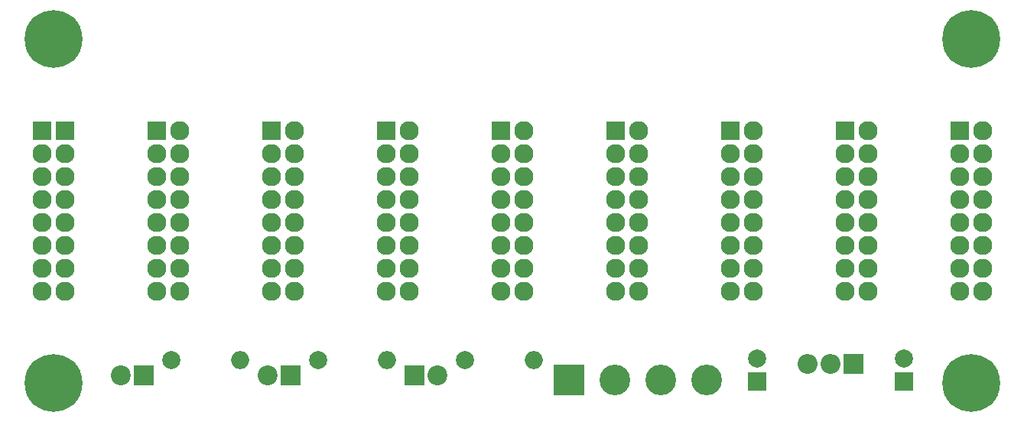
<source format=gbr>
G04 #@! TF.FileFunction,Soldermask,Bot*
%FSLAX46Y46*%
G04 Gerber Fmt 4.6, Leading zero omitted, Abs format (unit mm)*
G04 Created by KiCad (PCBNEW 4.0.6) date Wed Jun 28 00:25:45 2017*
%MOMM*%
%LPD*%
G01*
G04 APERTURE LIST*
%ADD10C,0.100000*%
%ADD11R,2.127200X2.127200*%
%ADD12O,2.127200X2.127200*%
%ADD13R,2.100000X2.100000*%
%ADD14O,2.100000X2.100000*%
%ADD15R,2.000000X2.000000*%
%ADD16C,2.000000*%
%ADD17R,2.200000X2.200000*%
%ADD18C,2.200000*%
%ADD19C,3.400000*%
%ADD20R,3.400000X3.400000*%
%ADD21O,2.000000X2.000000*%
%ADD22O,2.200000X2.200000*%
%ADD23C,6.400000*%
%ADD24C,1.000000*%
G04 APERTURE END LIST*
D10*
D11*
X69850000Y-76200000D03*
D12*
X72390000Y-76200000D03*
X69850000Y-78740000D03*
X72390000Y-78740000D03*
X69850000Y-81280000D03*
X72390000Y-81280000D03*
X69850000Y-83820000D03*
X72390000Y-83820000D03*
X69850000Y-86360000D03*
X72390000Y-86360000D03*
X69850000Y-88900000D03*
X72390000Y-88900000D03*
X69850000Y-91440000D03*
X72390000Y-91440000D03*
X69850000Y-93980000D03*
X72390000Y-93980000D03*
D11*
X171450000Y-76200000D03*
D12*
X173990000Y-76200000D03*
X171450000Y-78740000D03*
X173990000Y-78740000D03*
X171450000Y-81280000D03*
X173990000Y-81280000D03*
X171450000Y-83820000D03*
X173990000Y-83820000D03*
X171450000Y-86360000D03*
X173990000Y-86360000D03*
X171450000Y-88900000D03*
X173990000Y-88900000D03*
X171450000Y-91440000D03*
X173990000Y-91440000D03*
X171450000Y-93980000D03*
X173990000Y-93980000D03*
D11*
X120650000Y-76200000D03*
D12*
X123190000Y-76200000D03*
X120650000Y-78740000D03*
X123190000Y-78740000D03*
X120650000Y-81280000D03*
X123190000Y-81280000D03*
X120650000Y-83820000D03*
X123190000Y-83820000D03*
X120650000Y-86360000D03*
X123190000Y-86360000D03*
X120650000Y-88900000D03*
X123190000Y-88900000D03*
X120650000Y-91440000D03*
X123190000Y-91440000D03*
X120650000Y-93980000D03*
X123190000Y-93980000D03*
D11*
X133350000Y-76200000D03*
D12*
X135890000Y-76200000D03*
X133350000Y-78740000D03*
X135890000Y-78740000D03*
X133350000Y-81280000D03*
X135890000Y-81280000D03*
X133350000Y-83820000D03*
X135890000Y-83820000D03*
X133350000Y-86360000D03*
X135890000Y-86360000D03*
X133350000Y-88900000D03*
X135890000Y-88900000D03*
X133350000Y-91440000D03*
X135890000Y-91440000D03*
X133350000Y-93980000D03*
X135890000Y-93980000D03*
D11*
X146050000Y-76200000D03*
D12*
X148590000Y-76200000D03*
X146050000Y-78740000D03*
X148590000Y-78740000D03*
X146050000Y-81280000D03*
X148590000Y-81280000D03*
X146050000Y-83820000D03*
X148590000Y-83820000D03*
X146050000Y-86360000D03*
X148590000Y-86360000D03*
X146050000Y-88900000D03*
X148590000Y-88900000D03*
X146050000Y-91440000D03*
X148590000Y-91440000D03*
X146050000Y-93980000D03*
X148590000Y-93980000D03*
D11*
X158750000Y-76200000D03*
D12*
X161290000Y-76200000D03*
X158750000Y-78740000D03*
X161290000Y-78740000D03*
X158750000Y-81280000D03*
X161290000Y-81280000D03*
X158750000Y-83820000D03*
X161290000Y-83820000D03*
X158750000Y-86360000D03*
X161290000Y-86360000D03*
X158750000Y-88900000D03*
X161290000Y-88900000D03*
X158750000Y-91440000D03*
X161290000Y-91440000D03*
X158750000Y-93980000D03*
X161290000Y-93980000D03*
D13*
X171450000Y-76200000D03*
D14*
X173990000Y-76200000D03*
X171450000Y-78740000D03*
X173990000Y-78740000D03*
X171450000Y-81280000D03*
X173990000Y-81280000D03*
X171450000Y-83820000D03*
X173990000Y-83820000D03*
X171450000Y-86360000D03*
X173990000Y-86360000D03*
X171450000Y-88900000D03*
X173990000Y-88900000D03*
X171450000Y-91440000D03*
X173990000Y-91440000D03*
X171450000Y-93980000D03*
X173990000Y-93980000D03*
D13*
X72390000Y-76200000D03*
D14*
X69850000Y-76200000D03*
X72390000Y-78740000D03*
X69850000Y-78740000D03*
X72390000Y-81280000D03*
X69850000Y-81280000D03*
X72390000Y-83820000D03*
X69850000Y-83820000D03*
X72390000Y-86360000D03*
X69850000Y-86360000D03*
X72390000Y-88900000D03*
X69850000Y-88900000D03*
X72390000Y-91440000D03*
X69850000Y-91440000D03*
X72390000Y-93980000D03*
X69850000Y-93980000D03*
D15*
X149072600Y-103936800D03*
D16*
X149072600Y-101436800D03*
D15*
X165328600Y-103936800D03*
D16*
X165328600Y-101436800D03*
D17*
X111125000Y-103251000D03*
D18*
X113665000Y-103251000D03*
D17*
X97409000Y-103251000D03*
D18*
X94869000Y-103251000D03*
D17*
X81153000Y-103251000D03*
D18*
X78613000Y-103251000D03*
D19*
X133273800Y-103835200D03*
X138353800Y-103835200D03*
D20*
X128193800Y-103835200D03*
D19*
X143433800Y-103835200D03*
D16*
X116713000Y-101600000D03*
D21*
X124333000Y-101600000D03*
D16*
X100457000Y-101600000D03*
D21*
X108077000Y-101600000D03*
D16*
X84201000Y-101600000D03*
D21*
X91821000Y-101600000D03*
D17*
X159740600Y-102031800D03*
D22*
X157200600Y-102031800D03*
X154660600Y-102031800D03*
D11*
X82550000Y-76200000D03*
D12*
X85090000Y-76200000D03*
X82550000Y-78740000D03*
X85090000Y-78740000D03*
X82550000Y-81280000D03*
X85090000Y-81280000D03*
X82550000Y-83820000D03*
X85090000Y-83820000D03*
X82550000Y-86360000D03*
X85090000Y-86360000D03*
X82550000Y-88900000D03*
X85090000Y-88900000D03*
X82550000Y-91440000D03*
X85090000Y-91440000D03*
X82550000Y-93980000D03*
X85090000Y-93980000D03*
D11*
X95250000Y-76200000D03*
D12*
X97790000Y-76200000D03*
X95250000Y-78740000D03*
X97790000Y-78740000D03*
X95250000Y-81280000D03*
X97790000Y-81280000D03*
X95250000Y-83820000D03*
X97790000Y-83820000D03*
X95250000Y-86360000D03*
X97790000Y-86360000D03*
X95250000Y-88900000D03*
X97790000Y-88900000D03*
X95250000Y-91440000D03*
X97790000Y-91440000D03*
X95250000Y-93980000D03*
X97790000Y-93980000D03*
D11*
X107950000Y-76200000D03*
D12*
X110490000Y-76200000D03*
X107950000Y-78740000D03*
X110490000Y-78740000D03*
X107950000Y-81280000D03*
X110490000Y-81280000D03*
X107950000Y-83820000D03*
X110490000Y-83820000D03*
X107950000Y-86360000D03*
X110490000Y-86360000D03*
X107950000Y-88900000D03*
X110490000Y-88900000D03*
X107950000Y-91440000D03*
X110490000Y-91440000D03*
X107950000Y-93980000D03*
X110490000Y-93980000D03*
D23*
X71120000Y-104140000D03*
D24*
X73370000Y-104140000D03*
X72710990Y-105730990D03*
X71120000Y-106390000D03*
X69529010Y-105730990D03*
X68870000Y-104140000D03*
X69529010Y-102549010D03*
X71120000Y-101890000D03*
X72710990Y-102549010D03*
D23*
X71120000Y-66040000D03*
D24*
X73370000Y-66040000D03*
X72710990Y-67630990D03*
X71120000Y-68290000D03*
X69529010Y-67630990D03*
X68870000Y-66040000D03*
X69529010Y-64449010D03*
X71120000Y-63790000D03*
X72710990Y-64449010D03*
D23*
X172720000Y-104140000D03*
D24*
X174970000Y-104140000D03*
X174310990Y-105730990D03*
X172720000Y-106390000D03*
X171129010Y-105730990D03*
X170470000Y-104140000D03*
X171129010Y-102549010D03*
X172720000Y-101890000D03*
X174310990Y-102549010D03*
D23*
X172720000Y-66040000D03*
D24*
X174970000Y-66040000D03*
X174310990Y-67630990D03*
X172720000Y-68290000D03*
X171129010Y-67630990D03*
X170470000Y-66040000D03*
X171129010Y-64449010D03*
X172720000Y-63790000D03*
X174310990Y-64449010D03*
M02*

</source>
